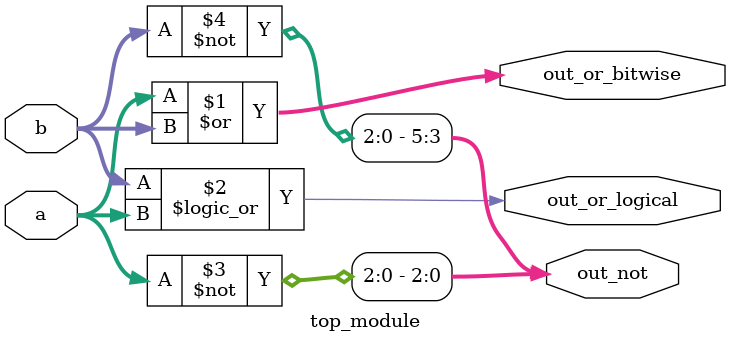
<source format=v>
module top_module( 
    input [2:0] a,
    input [2:0] b,
    output [2:0] out_or_bitwise,
    output out_or_logical,
    output [5:0] out_not
);
    assign  out_or_bitwise =a|b;
    assign  out_or_logical = b||a;
    assign  out_not        = {~b,~a};   
    
    

endmodule
</source>
